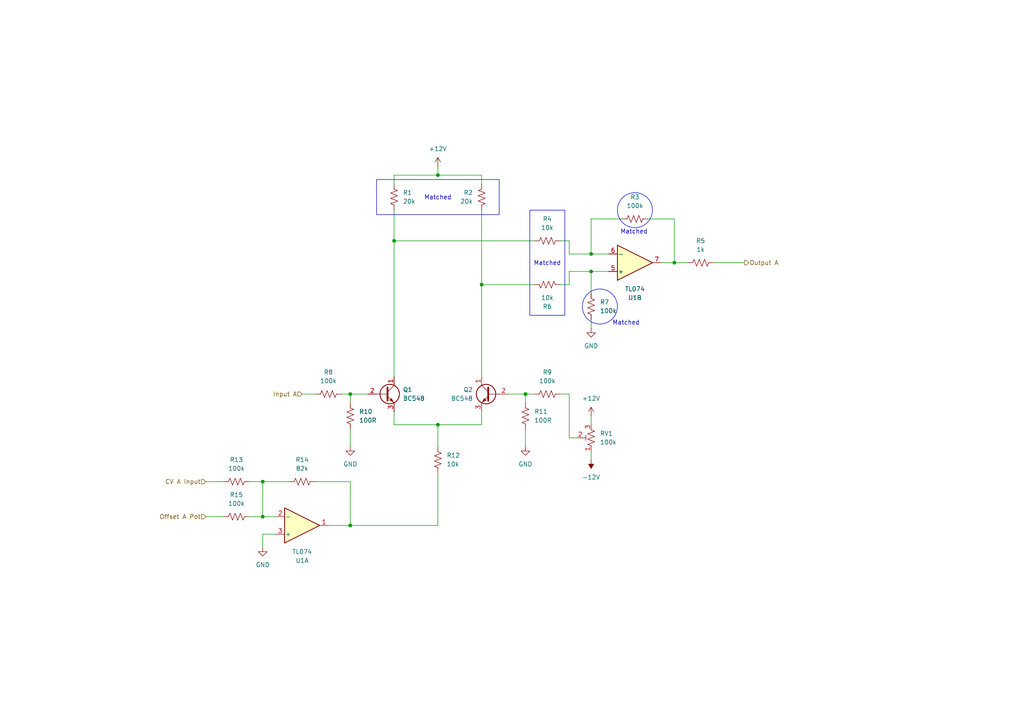
<source format=kicad_sch>
(kicad_sch (version 20250114) (generator "eeschema") (generator_version "9.0")
  (paper "A4")
  (title_block (company "DMH Instruments") (comment 1 "PCB for 5 cm Kosmo format synthesizer module"))
  (lib_symbols
    (symbol "Amplifier_Operational:TL074" (pin_names (offset 0.127))
      (property "Reference" "U" (at 0 5.08 0))
      (property "Value" "TL074" (at 0 -5.08 0))
      (symbol "TL074_1_1"
        (polyline (pts (xy -5.08 5.08) (xy 5.08 0) (xy -5.08 -5.08) (xy -5.08 5.08)) (stroke (width 0.254)) (fill (type background)))
        (pin input line (at -7.62 2.54 0) (length 2.54) (name "+") (number "3"))
        (pin input line (at -7.62 -2.54 0) (length 2.54) (name "-") (number "2"))
        (pin output line (at 7.62 0 180) (length 2.54) (name "~") (number "1"))
      )
      (symbol "TL074_2_1"
        (polyline (pts (xy -5.08 5.08) (xy 5.08 0) (xy -5.08 -5.08) (xy -5.08 5.08)) (stroke (width 0.254)) (fill (type background)))
        (pin input line (at -7.62 2.54 0) (length 2.54) (name "+") (number "5"))
        (pin input line (at -7.62 -2.54 0) (length 2.54) (name "-") (number "6"))
        (pin output line (at 7.62 0 180) (length 2.54) (name "~") (number "7"))
      )
      (symbol "TL074_3_1"
        (polyline (pts (xy -5.08 5.08) (xy 5.08 0) (xy -5.08 -5.08) (xy -5.08 5.08)) (stroke (width 0.254)) (fill (type background)))
        (pin input line (at -7.62 2.54 0) (length 2.54) (name "+") (number "10"))
        (pin input line (at -7.62 -2.54 0) (length 2.54) (name "-") (number "9"))
        (pin output line (at 7.62 0 180) (length 2.54) (name "~") (number "8"))
      )
      (symbol "TL074_4_1"
        (polyline (pts (xy -5.08 5.08) (xy 5.08 0) (xy -5.08 -5.08) (xy -5.08 5.08)) (stroke (width 0.254)) (fill (type background)))
        (pin input line (at -7.62 2.54 0) (length 2.54) (name "+") (number "12"))
        (pin input line (at -7.62 -2.54 0) (length 2.54) (name "-") (number "13"))
        (pin output line (at 7.62 0 180) (length 2.54) (name "~") (number "14"))
      )
      (symbol "TL074_5_1"
        (pin power_in line (at -2.54 7.62 270) (length 3.81) (name "V+") (number "4"))
        (pin power_in line (at -2.54 -7.62 90) (length 3.81) (name "V-") (number "11"))
      )
    )
    (symbol "Device:R_Potentiometer_Trim_US" (pin_names (offset 1.016) (hide yes))
      (property "Reference" "RV" (at -4.445 0 90))
      (property "Value" "R_Potentiometer_Trim_US" (at -2.54 0 90))
      (symbol "R_Potentiometer_Trim_US_0_1"
        (polyline (pts (xy 0 2.286) (xy 0 2.54)))
        (polyline (pts (xy 0 2.286) (xy 1.016 1.905) (xy 0 1.524) (xy -1.016 1.143) (xy 0 0.762)))
        (polyline (pts (xy 0 0.762) (xy 1.016 0.381) (xy 0 0) (xy -1.016 -0.381) (xy 0 -0.762)))
        (polyline (pts (xy 0 -0.762) (xy 1.016 -1.143) (xy 0 -1.524) (xy -1.016 -1.905) (xy 0 -2.286)))
        (polyline (pts (xy 0 -2.286) (xy 0 -2.54)))
        (polyline (pts (xy 1.524 0.762) (xy 1.524 -0.762)))
        (polyline (pts (xy 2.54 0) (xy 1.524 0)))
      )
      (symbol "R_Potentiometer_Trim_US_1_1"
        (pin passive line (at 0 3.81 270) (length 1.27) (name "1") (number "1"))
        (pin passive line (at 0 -3.81 90) (length 1.27) (name "3") (number "3"))
        (pin passive line (at 3.81 0 180) (length 1.27) (name "2") (number "2"))
      )
    )
    (symbol "Device:R_US" (pin_numbers (hide yes)) (pin_names (offset 0))
      (property "Reference" "R" (at 2.54 0 90))
      (property "Value" "R_US" (at -2.54 0 90))
      (symbol "R_US_0_1"
        (polyline (pts (xy 0 2.286) (xy 0 2.54)))
        (polyline (pts (xy 0 2.286) (xy 1.016 1.905) (xy 0 1.524) (xy -1.016 1.143) (xy 0 0.762)))
        (polyline (pts (xy 0 0.762) (xy 1.016 0.381) (xy 0 0) (xy -1.016 -0.381) (xy 0 -0.762)))
        (polyline (pts (xy 0 -0.762) (xy 1.016 -1.143) (xy 0 -1.524) (xy -1.016 -1.905) (xy 0 -2.286)))
        (polyline (pts (xy 0 -2.286) (xy 0 -2.54)))
      )
      (symbol "R_US_1_1"
        (pin passive line (at 0 3.81 270) (length 1.27) (name "~") (number "1"))
        (pin passive line (at 0 -3.81 90) (length 1.27) (name "~") (number "2"))
      )
    )
    (symbol "Transistor_BJT:BC548" (pin_names (offset 0) (hide yes))
      (property "Reference" "Q" (at 5.08 1.905 0))
      (property "Value" "BC548" (at 5.08 0 0))
      (symbol "BC548_0_1"
        (polyline (pts (xy -2.54 0) (xy 0.635 0)))
        (polyline (pts (xy 0.635 1.905) (xy 0.635 -1.905)) (stroke (width 0.508)))
        (circle (center 1.27 0) (radius 2.8194) (stroke (width 0.254)))
      )
      (symbol "BC548_1_1"
        (polyline (pts (xy 0.635 0.635) (xy 2.54 2.54)))
        (polyline (pts (xy 0.635 -0.635) (xy 2.54 -2.54)))
        (polyline (pts (xy 1.27 -1.778) (xy 1.778 -1.27) (xy 2.286 -2.286) (xy 1.27 -1.778)) (fill (type outline)))
        (pin input line (at -5.08 0 0) (length 2.54) (name "B") (number "2"))
        (pin passive line (at 2.54 5.08 270) (length 2.54) (name "C") (number "1"))
        (pin passive line (at 2.54 -5.08 90) (length 2.54) (name "E") (number "3"))
      )
    )
    (symbol "power:+12V" (power) (pin_numbers (hide yes)) (pin_names (offset 0) (hide yes))
      (property "Value" "+12V" (at 0 3.556 0))
      (symbol "+12V_0_1"
        (polyline (pts (xy -0.762 1.27) (xy 0 2.54)))
        (polyline (pts (xy 0 2.54) (xy 0.762 1.27)))
        (polyline (pts (xy 0 0) (xy 0 2.54)))
      )
      (symbol "+12V_1_1"
        (pin power_in line (at 0 0 90) (length 0) (name "~") (number "1"))
      )
    )
    (symbol "power:-12V" (power) (pin_numbers (hide yes)) (pin_names (offset 0) (hide yes))
      (property "Value" "-12V" (at 0 3.556 0))
      (symbol "-12V_0_0"
        (pin power_in line (at 0 0 90) (length 0) (name "~") (number "1"))
      )
      (symbol "-12V_0_1"
        (polyline (pts (xy 0 0) (xy 0 1.27) (xy 0.762 1.27) (xy 0 2.54) (xy -0.762 1.27) (xy 0 1.27)) (fill (type outline)))
      )
    )
    (symbol "power:GND" (power) (pin_numbers (hide yes)) (pin_names (offset 0) (hide yes))
      (property "Value" "GND" (at 0 -3.81 0))
      (symbol "GND_0_1"
        (polyline (pts (xy 0 0) (xy 0 -1.27) (xy 1.27 -1.27) (xy 0 -2.54) (xy -1.27 -1.27) (xy 0 -1.27)))
      )
      (symbol "GND_1_1"
        (pin power_in line (at 0 0 270) (length 0) (name "~") (number "1"))
      )
    )
  )
  (rectangle (start 153.67 60.96) (end 163.83 91.44))
  (circle (center 173.99 88.9) (radius 5.08))
  (circle (center 184.15 60.96) (radius 5.08))
  (rectangle (start 109.22 52.07) (end 144.78 62.23))
  (text "Matched" (at 181.61 93.726 0) (effects (font (size 1.27 1.27))))
  (text "Matched" (at 183.896 67.31 0) (effects (font (size 1.27 1.27))))
  (text "Matched" (at 127 57.404 0) (effects (font (size 1.27 1.27))))
  (text "Matched" (at 158.75 76.454 0) (effects (font (size 1.27 1.27))))
  (junction (at 101.6 114.3))
  (junction (at 127 123.19))
  (junction (at 195.58 76.2))
  (junction (at 114.3 69.85))
  (junction (at 101.6 152.4))
  (junction (at 127 50.8))
  (junction (at 171.45 73.66))
  (junction (at 76.2 149.86))
  (junction (at 171.45 78.74))
  (junction (at 76.2 139.7))
  (junction (at 139.7 82.55))
  (junction (at 152.4 114.3))
  (wire (pts (xy 139.7 60.96) (xy 139.7 82.55)))
  (wire (pts (xy 165.1 78.74) (xy 171.45 78.74)))
  (wire (pts (xy 162.56 114.3) (xy 165.1 114.3)))
  (wire (pts (xy 162.56 82.55) (xy 165.1 82.55)))
  (wire (pts (xy 127 50.8) (xy 127 48.26)))
  (wire (pts (xy 139.7 123.19) (xy 127 123.19)))
  (wire (pts (xy 95.25 152.4) (xy 101.6 152.4)))
  (wire (pts (xy 127 123.19) (xy 127 129.54)))
  (wire (pts (xy 165.1 73.66) (xy 171.45 73.66)))
  (wire (pts (xy 171.45 92.71) (xy 171.45 95.25)))
  (wire (pts (xy 101.6 139.7) (xy 101.6 152.4)))
  (wire (pts (xy 171.45 78.74) (xy 176.53 78.74)))
  (wire (pts (xy 139.7 50.8) (xy 127 50.8)))
  (wire (pts (xy 195.58 63.5) (xy 195.58 76.2)))
  (wire (pts (xy 59.69 149.86) (xy 64.77 149.86)))
  (wire (pts (xy 139.7 53.34) (xy 139.7 50.8)))
  (wire (pts (xy 59.69 139.7) (xy 64.77 139.7)))
  (wire (pts (xy 152.4 114.3) (xy 154.94 114.3)))
  (wire (pts (xy 171.45 73.66) (xy 176.53 73.66)))
  (wire (pts (xy 165.1 127) (xy 167.64 127)))
  (wire (pts (xy 83.82 139.7) (xy 76.2 139.7)))
  (wire (pts (xy 195.58 76.2) (xy 199.39 76.2)))
  (wire (pts (xy 139.7 82.55) (xy 139.7 109.22)))
  (wire (pts (xy 76.2 149.86) (xy 80.01 149.86)))
  (wire (pts (xy 76.2 139.7) (xy 76.2 149.86)))
  (wire (pts (xy 171.45 130.81) (xy 171.45 133.35)))
  (wire (pts (xy 101.6 152.4) (xy 127 152.4)))
  (wire (pts (xy 152.4 114.3) (xy 152.4 116.84)))
  (wire (pts (xy 114.3 53.34) (xy 114.3 50.8)))
  (wire (pts (xy 114.3 119.38) (xy 114.3 123.19)))
  (wire (pts (xy 180.34 63.5) (xy 171.45 63.5)))
  (wire (pts (xy 72.39 139.7) (xy 76.2 139.7)))
  (wire (pts (xy 207.01 76.2) (xy 215.9 76.2)))
  (wire (pts (xy 127 152.4) (xy 127 137.16)))
  (wire (pts (xy 101.6 114.3) (xy 101.6 116.84)))
  (wire (pts (xy 99.06 114.3) (xy 101.6 114.3)))
  (wire (pts (xy 187.96 63.5) (xy 195.58 63.5)))
  (wire (pts (xy 114.3 123.19) (xy 127 123.19)))
  (wire (pts (xy 72.39 149.86) (xy 76.2 149.86)))
  (wire (pts (xy 162.56 69.85) (xy 165.1 69.85)))
  (wire (pts (xy 171.45 63.5) (xy 171.45 73.66)))
  (wire (pts (xy 152.4 124.46) (xy 152.4 129.54)))
  (wire (pts (xy 114.3 50.8) (xy 127 50.8)))
  (wire (pts (xy 147.32 114.3) (xy 152.4 114.3)))
  (wire (pts (xy 76.2 154.94) (xy 76.2 158.75)))
  (wire (pts (xy 80.01 154.94) (xy 76.2 154.94)))
  (wire (pts (xy 114.3 60.96) (xy 114.3 69.85)))
  (wire (pts (xy 191.77 76.2) (xy 195.58 76.2)))
  (wire (pts (xy 101.6 124.46) (xy 101.6 129.54)))
  (wire (pts (xy 114.3 69.85) (xy 114.3 109.22)))
  (wire (pts (xy 101.6 114.3) (xy 106.68 114.3)))
  (wire (pts (xy 114.3 69.85) (xy 154.94 69.85)))
  (wire (pts (xy 87.63 114.3) (xy 91.44 114.3)))
  (wire (pts (xy 165.1 82.55) (xy 165.1 78.74)))
  (wire (pts (xy 139.7 82.55) (xy 154.94 82.55)))
  (wire (pts (xy 91.44 139.7) (xy 101.6 139.7)))
  (wire (pts (xy 165.1 114.3) (xy 165.1 127)))
  (wire (pts (xy 171.45 78.74) (xy 171.45 85.09)))
  (wire (pts (xy 139.7 119.38) (xy 139.7 123.19)))
  (wire (pts (xy 171.45 120.65) (xy 171.45 123.19)))
  (wire (pts (xy 165.1 69.85) (xy 165.1 73.66)))
  (hierarchical_label "Offset A Pot" (shape input) (at 59.69 149.86 180))
  (hierarchical_label "CV A Input" (shape input) (at 59.69 139.7 180))
  (hierarchical_label "Input A" (shape input) (at 87.63 114.3 180))
  (hierarchical_label "Output A" (shape output) (at 215.9 76.2 0))
  (symbol (lib_id "power:GND") (at 152.4 129.54 0) (unit 1)
    (property "Reference" "#PWR09" (effects (hide yes)))
    (property "Value" "GND" (at 152.4 134.62 0))
    (property "Description" "Power symbol creates a global label with name \"GND\" , ground" (effects (hide yes)))
  )
  (symbol (lib_id "power:GND") (at 101.6 129.54 0) (unit 1)
    (property "Reference" "#PWR04" (effects (hide yes)))
    (property "Value" "GND" (at 101.6 134.62 0))
    (property "Description" "Power symbol creates a global label with name \"GND\" , ground" (effects (hide yes)))
  )
  (symbol (lib_id "Device:R_US") (at 184.15 63.5 270) (unit 1)
    (property "Reference" "R3" (at 184.15 57.15 90))
    (property "Value" "100k" (at 184.15 59.69 90))
    (property "Footprint" "Resistor_THT:R_Axial_DIN0207_L6.3mm_D2.5mm_P2.54mm_Vertical" (effects (hide yes)))
    (property "Description" "Resistor, US symbol" (effects (hide yes)))
  )
  (symbol (lib_id "Device:R_US") (at 152.4 120.65 180) (unit 1)
    (property "Reference" "R11" (at 154.94 119.3799 0) (effects (justify right)))
    (property "Value" "100R" (at 154.94 121.9199 0) (effects (justify right)))
    (property "Footprint" "Resistor_THT:R_Axial_DIN0207_L6.3mm_D2.5mm_P2.54mm_Vertical" (effects (hide yes)))
    (property "Description" "Resistor, US symbol" (effects (hide yes)))
  )
  (symbol (lib_id "power:+12V") (at 171.45 120.65 0) (unit 1)
    (property "Reference" "#PWR03" (effects (hide yes)))
    (property "Value" "+12V" (at 171.45 115.57 0))
    (property "Description" "Power symbol creates a global label with name \"+12V\"" (effects (hide yes)))
  )
  (symbol (lib_id "Device:R_US") (at 203.2 76.2 270) (unit 1)
    (property "Reference" "R5" (at 203.2 69.85 90))
    (property "Value" "1k" (at 203.2 72.39 90))
    (property "Footprint" "Resistor_THT:R_Axial_DIN0207_L6.3mm_D2.5mm_P2.54mm_Vertical" (effects (hide yes)))
    (property "Description" "Resistor, US symbol" (effects (hide yes)))
  )
  (symbol (lib_id "Amplifier_Operational:TL074") (at 184.15 76.2 0) (mirror x) (unit 2)
    (property "Reference" "U1" (at 184.15 86.36 0))
    (property "Value" "TL074" (at 184.15 83.82 0))
    (property "Footprint" "Package_DIP:DIP-14_W7.62mm_Socket" (effects (hide yes)))
    (property "Datasheet" "http://www.ti.com/lit/ds/symlink/tl071.pdf" (effects (hide yes)))
    (property "Description" "Quad Low-Noise JFET-Input Operational Amplifiers, DIP-14/SOIC-14" (effects (hide yes)))
  )
  (symbol (lib_id "Amplifier_Operational:TL074") (at 87.63 152.4 0) (mirror x) (unit 1)
    (property "Reference" "U1" (at 87.63 162.56 0))
    (property "Value" "TL074" (at 87.63 160.02 0))
    (property "Footprint" "Package_DIP:DIP-14_W7.62mm_Socket" (effects (hide yes)))
    (property "Datasheet" "http://www.ti.com/lit/ds/symlink/tl071.pdf" (effects (hide yes)))
    (property "Description" "Quad Low-Noise JFET-Input Operational Amplifiers, DIP-14/SOIC-14" (effects (hide yes)))
  )
  (symbol (lib_id "Device:R_US") (at 101.6 120.65 180) (unit 1)
    (property "Reference" "R10" (at 104.14 119.3799 0) (effects (justify right)))
    (property "Value" "100R" (at 104.14 121.9199 0) (effects (justify right)))
    (property "Footprint" "Resistor_THT:R_Axial_DIN0207_L6.3mm_D2.5mm_P2.54mm_Vertical" (effects (hide yes)))
    (property "Description" "Resistor, US symbol" (effects (hide yes)))
  )
  (symbol (lib_id "Transistor_BJT:BC548") (at 111.76 114.3 0) (unit 1)
    (property "Reference" "Q1" (at 116.84 113.0299 0) (effects (justify left)))
    (property "Value" "BC548" (at 116.84 115.5699 0) (effects (justify left)))
    (property "Footprint" "Package_TO_SOT_THT:TO-92L_Inline_Wide" (effects (hide yes)))
    (property "Datasheet" "https://www.onsemi.com/pub/Collateral/BC550-D.pdf" (effects (hide yes)))
    (property "Description" "0.1A Ic, 30V Vce, Small Signal NPN Transistor, TO-92" (effects (hide yes)))
  )
  (symbol (lib_id "Device:R_US") (at 158.75 82.55 270) (mirror x) (unit 1)
    (property "Reference" "R6" (at 158.75 88.9 90))
    (property "Value" "10k" (at 158.75 86.36 90))
    (property "Footprint" "Resistor_THT:R_Axial_DIN0207_L6.3mm_D2.5mm_P2.54mm_Vertical" (effects (hide yes)))
    (property "Description" "Resistor, US symbol" (effects (hide yes)))
  )
  (symbol (lib_id "power:+12V") (at 127 48.26 0) (unit 1)
    (property "Reference" "#PWR01" (effects (hide yes)))
    (property "Value" "+12V" (at 127 43.18 0))
    (property "Description" "Power symbol creates a global label with name \"+12V\"" (effects (hide yes)))
  )
  (symbol (lib_id "Device:R_US") (at 95.25 114.3 270) (unit 1)
    (property "Reference" "R8" (at 95.25 107.95 90))
    (property "Value" "100k" (at 95.25 110.49 90))
    (property "Footprint" "Resistor_THT:R_Axial_DIN0207_L6.3mm_D2.5mm_P2.54mm_Vertical" (effects (hide yes)))
    (property "Description" "Resistor, US symbol" (effects (hide yes)))
  )
  (symbol (lib_id "Device:R_Potentiometer_Trim_US") (at 171.45 127 180) (unit 1)
    (property "Reference" "RV1" (at 173.99 125.7299 0) (effects (justify right)))
    (property "Value" "100k" (at 173.99 128.2699 0) (effects (justify right)))
    (property "Footprint" "Potentiometer_THT:Potentiometer_Bourns_3296W_Vertical" (effects (hide yes)))
    (property "Description" "Trim-potentiometer, US symbol" (effects (hide yes)))
  )
  (symbol (lib_id "Device:R_US") (at 114.3 57.15 180) (unit 1)
    (property "Reference" "R1" (at 116.84 55.8799 0) (effects (justify right)))
    (property "Value" "20k" (at 116.84 58.4199 0) (effects (justify right)))
    (property "Footprint" "Resistor_THT:R_Axial_DIN0207_L6.3mm_D2.5mm_P2.54mm_Vertical" (effects (hide yes)))
    (property "Description" "Resistor, US symbol" (effects (hide yes)))
  )
  (symbol (lib_id "Device:R_US") (at 158.75 114.3 270) (unit 1)
    (property "Reference" "R9" (at 158.75 107.95 90))
    (property "Value" "100k" (at 158.75 110.49 90))
    (property "Footprint" "Resistor_THT:R_Axial_DIN0207_L6.3mm_D2.5mm_P2.54mm_Vertical" (effects (hide yes)))
    (property "Description" "Resistor, US symbol" (effects (hide yes)))
  )
  (symbol (lib_id "Device:R_US") (at 158.75 69.85 270) (unit 1)
    (property "Reference" "R4" (at 158.75 63.5 90))
    (property "Value" "10k" (at 158.75 66.04 90))
    (property "Footprint" "Resistor_THT:R_Axial_DIN0207_L6.3mm_D2.5mm_P2.54mm_Vertical" (effects (hide yes)))
    (property "Description" "Resistor, US symbol" (effects (hide yes)))
  )
  (symbol (lib_id "Device:R_US") (at 87.63 139.7 90) (unit 1)
    (property "Reference" "R14" (at 87.63 133.35 90))
    (property "Value" "82k" (at 87.63 135.89 90))
    (property "Footprint" "Resistor_THT:R_Axial_DIN0207_L6.3mm_D2.5mm_P2.54mm_Vertical" (effects (hide yes)))
    (property "Description" "Resistor, US symbol" (effects (hide yes)))
  )
  (symbol (lib_id "Device:R_US") (at 171.45 88.9 0) (unit 1)
    (property "Reference" "R7" (at 173.99 87.6299 0) (effects (justify left)))
    (property "Value" "100k" (at 173.99 90.1699 0) (effects (justify left)))
    (property "Footprint" "Resistor_THT:R_Axial_DIN0207_L6.3mm_D2.5mm_P2.54mm_Vertical" (effects (hide yes)))
    (property "Description" "Resistor, US symbol" (effects (hide yes)))
  )
  (symbol (lib_id "power:GND") (at 76.2 158.75 0) (unit 1)
    (property "Reference" "#PWR011" (effects (hide yes)))
    (property "Value" "GND" (at 76.2 163.83 0))
    (property "Description" "Power symbol creates a global label with name \"GND\" , ground" (effects (hide yes)))
  )
  (symbol (lib_id "Device:R_US") (at 68.58 139.7 90) (unit 1)
    (property "Reference" "R13" (at 68.58 133.35 90))
    (property "Value" "100k" (at 68.58 135.89 90))
    (property "Footprint" "Resistor_THT:R_Axial_DIN0207_L6.3mm_D2.5mm_P2.54mm_Vertical" (effects (hide yes)))
    (property "Description" "Resistor, US symbol" (effects (hide yes)))
  )
  (symbol (lib_id "Device:R_US") (at 68.58 149.86 90) (unit 1)
    (property "Reference" "R15" (at 68.58 143.51 90))
    (property "Value" "100k" (at 68.58 146.05 90))
    (property "Footprint" "Resistor_THT:R_Axial_DIN0207_L6.3mm_D2.5mm_P2.54mm_Vertical" (effects (hide yes)))
    (property "Description" "Resistor, US symbol" (effects (hide yes)))
  )
  (symbol (lib_id "Transistor_BJT:BC548") (at 142.24 114.3 0) (mirror y) (unit 1)
    (property "Reference" "Q2" (at 137.16 113.0299 0) (effects (justify left)))
    (property "Value" "BC548" (at 137.16 115.5699 0) (effects (justify left)))
    (property "Footprint" "Package_TO_SOT_THT:TO-92L_Inline_Wide" (effects (hide yes)))
    (property "Datasheet" "https://www.onsemi.com/pub/Collateral/BC550-D.pdf" (effects (hide yes)))
    (property "Description" "0.1A Ic, 30V Vce, Small Signal NPN Transistor, TO-92" (effects (hide yes)))
  )
  (symbol (lib_id "power:-12V") (at 171.45 133.35 180) (unit 1)
    (property "Reference" "#PWR010" (effects (hide yes)))
    (property "Value" "-12V" (at 171.45 138.43 0))
    (property "Description" "Power symbol creates a global label with name \"-12V\"" (effects (hide yes)))
  )
  (symbol (lib_id "Device:R_US") (at 139.7 57.15 0) (mirror x) (unit 1)
    (property "Reference" "R2" (at 137.16 55.8799 0) (effects (justify right)))
    (property "Value" "20k" (at 137.16 58.4199 0) (effects (justify right)))
    (property "Footprint" "Resistor_THT:R_Axial_DIN0207_L6.3mm_D2.5mm_P2.54mm_Vertical" (effects (hide yes)))
    (property "Description" "Resistor, US symbol" (effects (hide yes)))
  )
  (symbol (lib_id "power:GND") (at 171.45 95.25 0) (unit 1)
    (property "Reference" "#PWR02" (effects (hide yes)))
    (property "Value" "GND" (at 171.45 100.33 0))
    (property "Description" "Power symbol creates a global label with name \"GND\" , ground" (effects (hide yes)))
  )
  (symbol (lib_id "Device:R_US") (at 127 133.35 180) (unit 1)
    (property "Reference" "R12" (at 129.54 132.0799 0) (effects (justify right)))
    (property "Value" "10k" (at 129.54 134.6199 0) (effects (justify right)))
    (property "Footprint" "Resistor_THT:R_Axial_DIN0207_L6.3mm_D2.5mm_P2.54mm_Vertical" (effects (hide yes)))
    (property "Description" "Resistor, US symbol" (effects (hide yes)))
  )
)
</source>
